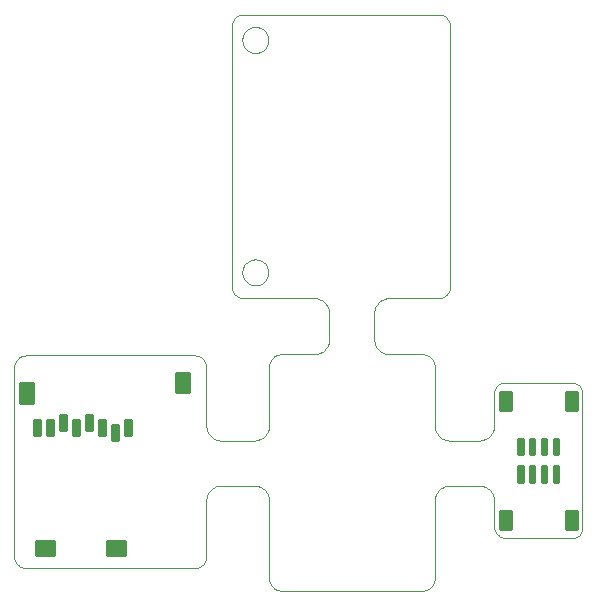
<source format=gbp>
G75*
%MOIN*%
%OFA0B0*%
%FSLAX24Y24*%
%IPPOS*%
%LPD*%
%AMOC8*
5,1,8,0,0,1.08239X$1,22.5*
%
%ADD10C,0.0000*%
%ADD11C,0.0099*%
D10*
X000794Y001150D02*
X006412Y001150D01*
X006451Y001152D01*
X006489Y001158D01*
X006526Y001167D01*
X006563Y001180D01*
X006598Y001197D01*
X006631Y001216D01*
X006662Y001239D01*
X006691Y001265D01*
X006717Y001294D01*
X006740Y001325D01*
X006759Y001358D01*
X006776Y001393D01*
X006789Y001430D01*
X006798Y001467D01*
X006804Y001505D01*
X006806Y001544D01*
X006806Y003400D01*
X006808Y003444D01*
X006814Y003487D01*
X006823Y003530D01*
X006836Y003571D01*
X006853Y003612D01*
X006873Y003650D01*
X006897Y003687D01*
X006923Y003722D01*
X006953Y003754D01*
X006985Y003783D01*
X007020Y003810D01*
X007056Y003833D01*
X007095Y003853D01*
X007135Y003870D01*
X007177Y003883D01*
X007220Y003892D01*
X007263Y003898D01*
X007306Y003900D01*
X008369Y003900D01*
X008368Y003900D02*
X008411Y003899D01*
X008453Y003895D01*
X008495Y003888D01*
X008537Y003877D01*
X008577Y003863D01*
X008616Y003845D01*
X008653Y003824D01*
X008688Y003801D01*
X008722Y003774D01*
X008753Y003745D01*
X008781Y003713D01*
X008807Y003679D01*
X008830Y003643D01*
X008850Y003605D01*
X008867Y003566D01*
X008880Y003526D01*
X008890Y003484D01*
X008897Y003442D01*
X008900Y003400D01*
X008900Y000794D01*
X008902Y000755D01*
X008908Y000717D01*
X008917Y000680D01*
X008930Y000643D01*
X008947Y000608D01*
X008966Y000575D01*
X008989Y000544D01*
X009015Y000515D01*
X009044Y000489D01*
X009075Y000466D01*
X009108Y000447D01*
X009143Y000430D01*
X009180Y000417D01*
X009217Y000408D01*
X009255Y000402D01*
X009294Y000400D01*
X014018Y000400D01*
X014057Y000402D01*
X014095Y000408D01*
X014132Y000417D01*
X014169Y000430D01*
X014204Y000447D01*
X014237Y000466D01*
X014268Y000489D01*
X014297Y000515D01*
X014323Y000544D01*
X014346Y000575D01*
X014365Y000608D01*
X014382Y000643D01*
X014395Y000680D01*
X014404Y000717D01*
X014410Y000755D01*
X014412Y000794D01*
X014412Y003400D01*
X014415Y003444D01*
X014422Y003488D01*
X014432Y003531D01*
X014446Y003574D01*
X014464Y003614D01*
X014485Y003653D01*
X014510Y003690D01*
X014538Y003725D01*
X014568Y003757D01*
X014602Y003787D01*
X014637Y003813D01*
X014675Y003836D01*
X014715Y003856D01*
X014757Y003872D01*
X014799Y003885D01*
X014843Y003894D01*
X014887Y003899D01*
X014932Y003900D01*
X014931Y003900D02*
X015869Y003900D01*
X015868Y003900D02*
X015911Y003899D01*
X015953Y003895D01*
X015995Y003888D01*
X016037Y003877D01*
X016077Y003863D01*
X016116Y003845D01*
X016153Y003824D01*
X016188Y003801D01*
X016222Y003774D01*
X016253Y003745D01*
X016281Y003713D01*
X016307Y003679D01*
X016330Y003643D01*
X016350Y003605D01*
X016367Y003566D01*
X016380Y003526D01*
X016390Y003484D01*
X016397Y003442D01*
X016400Y003400D01*
X016400Y002544D01*
X016402Y002505D01*
X016408Y002467D01*
X016417Y002430D01*
X016430Y002393D01*
X016447Y002358D01*
X016466Y002325D01*
X016489Y002294D01*
X016515Y002265D01*
X016544Y002239D01*
X016575Y002216D01*
X016608Y002197D01*
X016643Y002180D01*
X016680Y002167D01*
X016717Y002158D01*
X016755Y002152D01*
X016794Y002150D01*
X019006Y002150D01*
X019018Y002150D01*
X019006Y002150D02*
X019041Y002152D01*
X019075Y002157D01*
X019108Y002166D01*
X019141Y002179D01*
X019172Y002194D01*
X019201Y002213D01*
X019227Y002235D01*
X019252Y002260D01*
X019274Y002286D01*
X019293Y002315D01*
X019308Y002346D01*
X019321Y002379D01*
X019330Y002412D01*
X019335Y002446D01*
X019337Y002481D01*
X019337Y006999D01*
X019335Y007034D01*
X019330Y007068D01*
X019321Y007101D01*
X019308Y007134D01*
X019293Y007165D01*
X019274Y007194D01*
X019252Y007220D01*
X019227Y007245D01*
X019201Y007267D01*
X019172Y007286D01*
X019141Y007301D01*
X019108Y007314D01*
X019075Y007323D01*
X019041Y007328D01*
X019006Y007330D01*
X016731Y007330D01*
X016696Y007328D01*
X016662Y007323D01*
X016629Y007314D01*
X016596Y007301D01*
X016566Y007286D01*
X016536Y007267D01*
X016510Y007245D01*
X016485Y007220D01*
X016463Y007194D01*
X016444Y007165D01*
X016429Y007134D01*
X016416Y007101D01*
X016407Y007068D01*
X016402Y007034D01*
X016400Y006999D01*
X016400Y005900D01*
X016397Y005858D01*
X016390Y005816D01*
X016380Y005774D01*
X016367Y005734D01*
X016350Y005695D01*
X016330Y005657D01*
X016307Y005621D01*
X016281Y005587D01*
X016253Y005555D01*
X016222Y005526D01*
X016188Y005499D01*
X016153Y005476D01*
X016116Y005455D01*
X016077Y005437D01*
X016037Y005423D01*
X015995Y005412D01*
X015953Y005405D01*
X015911Y005401D01*
X015868Y005400D01*
X015869Y005400D02*
X014931Y005400D01*
X014932Y005400D02*
X014887Y005401D01*
X014843Y005406D01*
X014799Y005415D01*
X014757Y005428D01*
X014715Y005444D01*
X014675Y005464D01*
X014637Y005487D01*
X014602Y005513D01*
X014568Y005543D01*
X014538Y005575D01*
X014510Y005610D01*
X014485Y005647D01*
X014464Y005686D01*
X014446Y005726D01*
X014432Y005769D01*
X014422Y005812D01*
X014415Y005856D01*
X014412Y005900D01*
X014412Y007880D01*
X014410Y007919D01*
X014404Y007957D01*
X014395Y007994D01*
X014382Y008031D01*
X014365Y008066D01*
X014346Y008099D01*
X014323Y008130D01*
X014297Y008159D01*
X014268Y008185D01*
X014237Y008208D01*
X014204Y008227D01*
X014169Y008244D01*
X014132Y008257D01*
X014095Y008266D01*
X014057Y008272D01*
X014018Y008274D01*
X012900Y008274D01*
X012857Y008277D01*
X012815Y008284D01*
X012774Y008294D01*
X012733Y008307D01*
X012694Y008324D01*
X012656Y008344D01*
X012620Y008367D01*
X012587Y008393D01*
X012555Y008421D01*
X012526Y008453D01*
X012499Y008486D01*
X012475Y008521D01*
X012455Y008559D01*
X012437Y008598D01*
X012423Y008638D01*
X012412Y008679D01*
X012405Y008721D01*
X012401Y008763D01*
X012400Y008806D01*
X012400Y009619D01*
X012400Y009618D02*
X012401Y009663D01*
X012405Y009708D01*
X012414Y009752D01*
X012426Y009796D01*
X012442Y009838D01*
X012462Y009878D01*
X012485Y009917D01*
X012511Y009954D01*
X012540Y009988D01*
X012573Y010019D01*
X012607Y010048D01*
X012645Y010073D01*
X012684Y010095D01*
X012725Y010113D01*
X012767Y010128D01*
X012811Y010139D01*
X012855Y010146D01*
X012900Y010150D01*
X014537Y010150D01*
X014576Y010152D01*
X014614Y010158D01*
X014651Y010167D01*
X014688Y010180D01*
X014723Y010197D01*
X014756Y010216D01*
X014787Y010239D01*
X014816Y010265D01*
X014842Y010294D01*
X014865Y010325D01*
X014884Y010358D01*
X014901Y010393D01*
X014914Y010430D01*
X014923Y010467D01*
X014929Y010505D01*
X014931Y010544D01*
X014931Y019218D01*
X014930Y019218D02*
X014927Y019256D01*
X014921Y019294D01*
X014911Y019330D01*
X014898Y019366D01*
X014881Y019400D01*
X014861Y019432D01*
X014838Y019462D01*
X014812Y019490D01*
X014784Y019515D01*
X014753Y019537D01*
X014720Y019556D01*
X014685Y019572D01*
X014649Y019584D01*
X014612Y019593D01*
X014575Y019598D01*
X014537Y019599D01*
X008044Y019599D01*
X008043Y019599D02*
X008005Y019598D01*
X007968Y019593D01*
X007931Y019584D01*
X007895Y019572D01*
X007860Y019556D01*
X007827Y019537D01*
X007796Y019515D01*
X007768Y019490D01*
X007742Y019462D01*
X007719Y019432D01*
X007699Y019400D01*
X007682Y019366D01*
X007669Y019330D01*
X007659Y019294D01*
X007653Y019256D01*
X007650Y019218D01*
X007650Y010544D01*
X007652Y010505D01*
X007658Y010467D01*
X007667Y010430D01*
X007680Y010393D01*
X007697Y010358D01*
X007716Y010325D01*
X007739Y010294D01*
X007765Y010265D01*
X007794Y010239D01*
X007825Y010216D01*
X007858Y010197D01*
X007893Y010180D01*
X007930Y010167D01*
X007967Y010158D01*
X008005Y010152D01*
X008044Y010150D01*
X010400Y010150D01*
X010442Y010147D01*
X010484Y010140D01*
X010526Y010130D01*
X010566Y010117D01*
X010605Y010100D01*
X010643Y010080D01*
X010679Y010057D01*
X010713Y010031D01*
X010745Y010003D01*
X010774Y009972D01*
X010801Y009938D01*
X010824Y009903D01*
X010845Y009866D01*
X010863Y009827D01*
X010877Y009787D01*
X010888Y009745D01*
X010895Y009703D01*
X010899Y009661D01*
X010900Y009618D01*
X010900Y009619D02*
X010900Y008806D01*
X010899Y008763D01*
X010895Y008721D01*
X010888Y008679D01*
X010877Y008638D01*
X010863Y008598D01*
X010845Y008559D01*
X010825Y008521D01*
X010801Y008486D01*
X010774Y008453D01*
X010745Y008421D01*
X010713Y008393D01*
X010680Y008367D01*
X010644Y008344D01*
X010606Y008324D01*
X010567Y008307D01*
X010526Y008294D01*
X010485Y008284D01*
X010443Y008277D01*
X010400Y008274D01*
X009294Y008274D01*
X009255Y008272D01*
X009217Y008266D01*
X009180Y008257D01*
X009143Y008244D01*
X009108Y008227D01*
X009075Y008208D01*
X009044Y008185D01*
X009015Y008159D01*
X008989Y008130D01*
X008966Y008099D01*
X008947Y008066D01*
X008930Y008031D01*
X008917Y007994D01*
X008908Y007957D01*
X008902Y007919D01*
X008900Y007880D01*
X008900Y005900D01*
X008897Y005858D01*
X008890Y005816D01*
X008880Y005774D01*
X008867Y005734D01*
X008850Y005695D01*
X008830Y005657D01*
X008807Y005621D01*
X008781Y005587D01*
X008753Y005555D01*
X008722Y005526D01*
X008688Y005499D01*
X008653Y005476D01*
X008616Y005455D01*
X008577Y005437D01*
X008537Y005423D01*
X008495Y005412D01*
X008453Y005405D01*
X008411Y005401D01*
X008368Y005400D01*
X008369Y005400D02*
X007306Y005400D01*
X007263Y005402D01*
X007220Y005408D01*
X007177Y005417D01*
X007135Y005430D01*
X007095Y005447D01*
X007056Y005467D01*
X007020Y005490D01*
X006985Y005517D01*
X006953Y005546D01*
X006923Y005578D01*
X006897Y005613D01*
X006873Y005650D01*
X006853Y005688D01*
X006836Y005729D01*
X006823Y005770D01*
X006814Y005813D01*
X006808Y005856D01*
X006806Y005900D01*
X006806Y007843D01*
X006804Y007882D01*
X006798Y007920D01*
X006789Y007957D01*
X006776Y007994D01*
X006759Y008029D01*
X006740Y008062D01*
X006717Y008093D01*
X006691Y008122D01*
X006662Y008148D01*
X006631Y008171D01*
X006598Y008190D01*
X006563Y008207D01*
X006526Y008220D01*
X006489Y008229D01*
X006451Y008235D01*
X006412Y008237D01*
X000794Y008237D01*
X000755Y008235D01*
X000717Y008229D01*
X000680Y008220D01*
X000643Y008207D01*
X000608Y008190D01*
X000575Y008171D01*
X000544Y008148D01*
X000515Y008122D01*
X000489Y008093D01*
X000466Y008062D01*
X000447Y008029D01*
X000430Y007994D01*
X000417Y007957D01*
X000408Y007920D01*
X000402Y007882D01*
X000400Y007843D01*
X000400Y001544D01*
X000402Y001505D01*
X000408Y001467D01*
X000417Y001430D01*
X000430Y001393D01*
X000447Y001358D01*
X000466Y001325D01*
X000489Y001294D01*
X000515Y001265D01*
X000544Y001239D01*
X000575Y001216D01*
X000608Y001197D01*
X000643Y001180D01*
X000680Y001167D01*
X000717Y001158D01*
X000755Y001152D01*
X000794Y001150D01*
X008900Y007880D02*
X008900Y007900D01*
X008004Y011006D02*
X008006Y011047D01*
X008012Y011088D01*
X008022Y011128D01*
X008035Y011167D01*
X008052Y011204D01*
X008073Y011240D01*
X008097Y011274D01*
X008124Y011305D01*
X008153Y011333D01*
X008186Y011359D01*
X008220Y011381D01*
X008257Y011400D01*
X008295Y011415D01*
X008335Y011427D01*
X008375Y011435D01*
X008416Y011439D01*
X008458Y011439D01*
X008499Y011435D01*
X008539Y011427D01*
X008579Y011415D01*
X008617Y011400D01*
X008653Y011381D01*
X008688Y011359D01*
X008721Y011333D01*
X008750Y011305D01*
X008777Y011274D01*
X008801Y011240D01*
X008822Y011204D01*
X008839Y011167D01*
X008852Y011128D01*
X008862Y011088D01*
X008868Y011047D01*
X008870Y011006D01*
X008868Y010965D01*
X008862Y010924D01*
X008852Y010884D01*
X008839Y010845D01*
X008822Y010808D01*
X008801Y010772D01*
X008777Y010738D01*
X008750Y010707D01*
X008721Y010679D01*
X008688Y010653D01*
X008654Y010631D01*
X008617Y010612D01*
X008579Y010597D01*
X008539Y010585D01*
X008499Y010577D01*
X008458Y010573D01*
X008416Y010573D01*
X008375Y010577D01*
X008335Y010585D01*
X008295Y010597D01*
X008257Y010612D01*
X008221Y010631D01*
X008186Y010653D01*
X008153Y010679D01*
X008124Y010707D01*
X008097Y010738D01*
X008073Y010772D01*
X008052Y010808D01*
X008035Y010845D01*
X008022Y010884D01*
X008012Y010924D01*
X008006Y010965D01*
X008004Y011006D01*
X008004Y018755D02*
X008006Y018796D01*
X008012Y018837D01*
X008022Y018877D01*
X008035Y018916D01*
X008052Y018953D01*
X008073Y018989D01*
X008097Y019023D01*
X008124Y019054D01*
X008153Y019082D01*
X008186Y019108D01*
X008220Y019130D01*
X008257Y019149D01*
X008295Y019164D01*
X008335Y019176D01*
X008375Y019184D01*
X008416Y019188D01*
X008458Y019188D01*
X008499Y019184D01*
X008539Y019176D01*
X008579Y019164D01*
X008617Y019149D01*
X008653Y019130D01*
X008688Y019108D01*
X008721Y019082D01*
X008750Y019054D01*
X008777Y019023D01*
X008801Y018989D01*
X008822Y018953D01*
X008839Y018916D01*
X008852Y018877D01*
X008862Y018837D01*
X008868Y018796D01*
X008870Y018755D01*
X008868Y018714D01*
X008862Y018673D01*
X008852Y018633D01*
X008839Y018594D01*
X008822Y018557D01*
X008801Y018521D01*
X008777Y018487D01*
X008750Y018456D01*
X008721Y018428D01*
X008688Y018402D01*
X008654Y018380D01*
X008617Y018361D01*
X008579Y018346D01*
X008539Y018334D01*
X008499Y018326D01*
X008458Y018322D01*
X008416Y018322D01*
X008375Y018326D01*
X008335Y018334D01*
X008295Y018346D01*
X008257Y018361D01*
X008221Y018380D01*
X008186Y018402D01*
X008153Y018428D01*
X008124Y018456D01*
X008097Y018487D01*
X008073Y018521D01*
X008052Y018557D01*
X008035Y018594D01*
X008022Y018633D01*
X008012Y018673D01*
X008006Y018714D01*
X008004Y018755D01*
D11*
X006230Y007010D02*
X005778Y007010D01*
X005778Y007660D01*
X006230Y007660D01*
X006230Y007010D01*
X006230Y007108D02*
X005778Y007108D01*
X005778Y007206D02*
X006230Y007206D01*
X006230Y007304D02*
X005778Y007304D01*
X005778Y007402D02*
X006230Y007402D01*
X006230Y007500D02*
X005778Y007500D01*
X005778Y007598D02*
X006230Y007598D01*
X004282Y005593D02*
X004104Y005593D01*
X004104Y006085D01*
X004282Y006085D01*
X004282Y005593D01*
X004282Y005691D02*
X004104Y005691D01*
X004104Y005789D02*
X004282Y005789D01*
X004282Y005887D02*
X004104Y005887D01*
X004104Y005985D02*
X004282Y005985D01*
X004282Y006083D02*
X004104Y006083D01*
X003849Y005435D02*
X003671Y005435D01*
X003671Y005927D01*
X003849Y005927D01*
X003849Y005435D01*
X003849Y005533D02*
X003671Y005533D01*
X003671Y005631D02*
X003849Y005631D01*
X003849Y005729D02*
X003671Y005729D01*
X003671Y005827D02*
X003849Y005827D01*
X003849Y005925D02*
X003671Y005925D01*
X003416Y005593D02*
X003238Y005593D01*
X003238Y006085D01*
X003416Y006085D01*
X003416Y005593D01*
X003416Y005691D02*
X003238Y005691D01*
X003238Y005789D02*
X003416Y005789D01*
X003416Y005887D02*
X003238Y005887D01*
X003238Y005985D02*
X003416Y005985D01*
X003416Y006083D02*
X003238Y006083D01*
X002983Y005750D02*
X002805Y005750D01*
X002805Y006242D01*
X002983Y006242D01*
X002983Y005750D01*
X002983Y005848D02*
X002805Y005848D01*
X002805Y005946D02*
X002983Y005946D01*
X002983Y006044D02*
X002805Y006044D01*
X002805Y006142D02*
X002983Y006142D01*
X002983Y006240D02*
X002805Y006240D01*
X002550Y005593D02*
X002372Y005593D01*
X002372Y006085D01*
X002550Y006085D01*
X002550Y005593D01*
X002550Y005691D02*
X002372Y005691D01*
X002372Y005789D02*
X002550Y005789D01*
X002550Y005887D02*
X002372Y005887D01*
X002372Y005985D02*
X002550Y005985D01*
X002550Y006083D02*
X002372Y006083D01*
X002117Y005750D02*
X001939Y005750D01*
X001939Y006242D01*
X002117Y006242D01*
X002117Y005750D01*
X002117Y005848D02*
X001939Y005848D01*
X001939Y005946D02*
X002117Y005946D01*
X002117Y006044D02*
X001939Y006044D01*
X001939Y006142D02*
X002117Y006142D01*
X002117Y006240D02*
X001939Y006240D01*
X001684Y005593D02*
X001506Y005593D01*
X001506Y006085D01*
X001684Y006085D01*
X001684Y005593D01*
X001684Y005691D02*
X001506Y005691D01*
X001506Y005789D02*
X001684Y005789D01*
X001684Y005887D02*
X001506Y005887D01*
X001506Y005985D02*
X001684Y005985D01*
X001684Y006083D02*
X001506Y006083D01*
X001251Y005593D02*
X001073Y005593D01*
X001073Y006085D01*
X001251Y006085D01*
X001251Y005593D01*
X001251Y005691D02*
X001073Y005691D01*
X001073Y005789D02*
X001251Y005789D01*
X001251Y005887D02*
X001073Y005887D01*
X001073Y005985D02*
X001251Y005985D01*
X001251Y006083D02*
X001073Y006083D01*
X001033Y006656D02*
X000581Y006656D01*
X000581Y007306D01*
X001033Y007306D01*
X001033Y006656D01*
X001033Y006754D02*
X000581Y006754D01*
X000581Y006852D02*
X001033Y006852D01*
X001033Y006950D02*
X000581Y006950D01*
X000581Y007048D02*
X001033Y007048D01*
X001033Y007146D02*
X000581Y007146D01*
X000581Y007244D02*
X001033Y007244D01*
X001132Y002049D02*
X001132Y001597D01*
X001132Y002049D02*
X001742Y002049D01*
X001742Y001597D01*
X001132Y001597D01*
X001132Y001695D02*
X001742Y001695D01*
X001742Y001793D02*
X001132Y001793D01*
X001132Y001891D02*
X001742Y001891D01*
X001742Y001989D02*
X001132Y001989D01*
X003495Y002049D02*
X003495Y001597D01*
X003495Y002049D02*
X004105Y002049D01*
X004105Y001597D01*
X003495Y001597D01*
X003495Y001695D02*
X004105Y001695D01*
X004105Y001793D02*
X003495Y001793D01*
X003495Y001891D02*
X004105Y001891D01*
X004105Y001989D02*
X003495Y001989D01*
X016579Y003069D02*
X016953Y003069D01*
X016953Y002459D01*
X016579Y002459D01*
X016579Y003069D01*
X016579Y002557D02*
X016953Y002557D01*
X016953Y002655D02*
X016579Y002655D01*
X016579Y002753D02*
X016953Y002753D01*
X016953Y002851D02*
X016579Y002851D01*
X016579Y002949D02*
X016953Y002949D01*
X016953Y003047D02*
X016579Y003047D01*
X017209Y004546D02*
X017347Y004546D01*
X017347Y004034D01*
X017209Y004034D01*
X017209Y004546D01*
X017209Y004132D02*
X017347Y004132D01*
X017347Y004230D02*
X017209Y004230D01*
X017209Y004328D02*
X017347Y004328D01*
X017347Y004426D02*
X017209Y004426D01*
X017209Y004524D02*
X017347Y004524D01*
X017603Y004546D02*
X017741Y004546D01*
X017741Y004034D01*
X017603Y004034D01*
X017603Y004546D01*
X017603Y004132D02*
X017741Y004132D01*
X017741Y004230D02*
X017603Y004230D01*
X017603Y004328D02*
X017741Y004328D01*
X017741Y004426D02*
X017603Y004426D01*
X017603Y004524D02*
X017741Y004524D01*
X017997Y004546D02*
X018135Y004546D01*
X018135Y004034D01*
X017997Y004034D01*
X017997Y004546D01*
X017997Y004132D02*
X018135Y004132D01*
X018135Y004230D02*
X017997Y004230D01*
X017997Y004328D02*
X018135Y004328D01*
X018135Y004426D02*
X017997Y004426D01*
X017997Y004524D02*
X018135Y004524D01*
X018390Y004546D02*
X018528Y004546D01*
X018528Y004034D01*
X018390Y004034D01*
X018390Y004546D01*
X018390Y004132D02*
X018528Y004132D01*
X018528Y004230D02*
X018390Y004230D01*
X018390Y004328D02*
X018528Y004328D01*
X018528Y004426D02*
X018390Y004426D01*
X018390Y004524D02*
X018528Y004524D01*
X018528Y004941D02*
X018390Y004941D01*
X018390Y005453D01*
X018528Y005453D01*
X018528Y004941D01*
X018528Y005039D02*
X018390Y005039D01*
X018390Y005137D02*
X018528Y005137D01*
X018528Y005235D02*
X018390Y005235D01*
X018390Y005333D02*
X018528Y005333D01*
X018528Y005431D02*
X018390Y005431D01*
X018135Y004941D02*
X017997Y004941D01*
X017997Y005453D01*
X018135Y005453D01*
X018135Y004941D01*
X018135Y005039D02*
X017997Y005039D01*
X017997Y005137D02*
X018135Y005137D01*
X018135Y005235D02*
X017997Y005235D01*
X017997Y005333D02*
X018135Y005333D01*
X018135Y005431D02*
X017997Y005431D01*
X017741Y004941D02*
X017603Y004941D01*
X017603Y005453D01*
X017741Y005453D01*
X017741Y004941D01*
X017741Y005039D02*
X017603Y005039D01*
X017603Y005137D02*
X017741Y005137D01*
X017741Y005235D02*
X017603Y005235D01*
X017603Y005333D02*
X017741Y005333D01*
X017741Y005431D02*
X017603Y005431D01*
X017347Y004941D02*
X017209Y004941D01*
X017209Y005453D01*
X017347Y005453D01*
X017347Y004941D01*
X017347Y005039D02*
X017209Y005039D01*
X017209Y005137D02*
X017347Y005137D01*
X017347Y005235D02*
X017209Y005235D01*
X017209Y005333D02*
X017347Y005333D01*
X017347Y005431D02*
X017209Y005431D01*
X016953Y006418D02*
X016579Y006418D01*
X016579Y007028D01*
X016953Y007028D01*
X016953Y006418D01*
X016953Y006516D02*
X016579Y006516D01*
X016579Y006614D02*
X016953Y006614D01*
X016953Y006712D02*
X016579Y006712D01*
X016579Y006810D02*
X016953Y006810D01*
X016953Y006908D02*
X016579Y006908D01*
X016579Y007006D02*
X016953Y007006D01*
X018784Y006418D02*
X019158Y006418D01*
X018784Y006418D02*
X018784Y007028D01*
X019158Y007028D01*
X019158Y006418D01*
X019158Y006516D02*
X018784Y006516D01*
X018784Y006614D02*
X019158Y006614D01*
X019158Y006712D02*
X018784Y006712D01*
X018784Y006810D02*
X019158Y006810D01*
X019158Y006908D02*
X018784Y006908D01*
X018784Y007006D02*
X019158Y007006D01*
X019158Y003069D02*
X018784Y003069D01*
X019158Y003069D02*
X019158Y002459D01*
X018784Y002459D01*
X018784Y003069D01*
X018784Y002557D02*
X019158Y002557D01*
X019158Y002655D02*
X018784Y002655D01*
X018784Y002753D02*
X019158Y002753D01*
X019158Y002851D02*
X018784Y002851D01*
X018784Y002949D02*
X019158Y002949D01*
X019158Y003047D02*
X018784Y003047D01*
M02*

</source>
